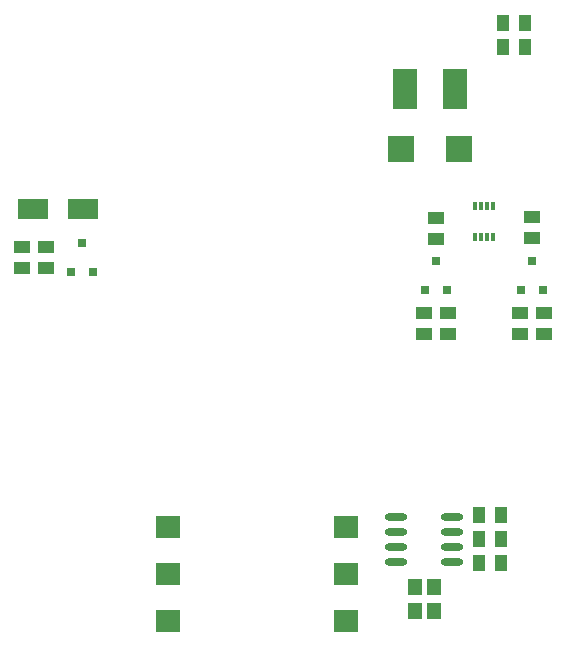
<source format=gtp>
G04*
G04 #@! TF.GenerationSoftware,Altium Limited,Altium Designer,20.2.6 (244)*
G04*
G04 Layer_Color=8421504*
%FSLAX25Y25*%
%MOIN*%
G70*
G04*
G04 #@! TF.SameCoordinates,54722894-AE61-4C59-B5F0-4C27AF3D34EB*
G04*
G04*
G04 #@! TF.FilePolarity,Positive*
G04*
G01*
G75*
%ADD17R,0.07874X0.13780*%
%ADD18R,0.04134X0.05709*%
%ADD19R,0.08504X0.08898*%
%ADD20R,0.01181X0.02756*%
%ADD21R,0.05709X0.04134*%
%ADD22R,0.03150X0.03150*%
%ADD23R,0.05118X0.05709*%
%ADD24R,0.07874X0.07480*%
%ADD25R,0.10433X0.06890*%
%ADD26O,0.07480X0.02362*%
D17*
X610465Y258000D02*
D03*
X593535D02*
D03*
D18*
X626358Y280000D02*
D03*
X633642D02*
D03*
Y272000D02*
D03*
X626358D02*
D03*
X618407Y116083D02*
D03*
X625691D02*
D03*
Y108083D02*
D03*
X618407D02*
D03*
Y100083D02*
D03*
X625691D02*
D03*
D19*
X611646Y238000D02*
D03*
X592354D02*
D03*
D20*
X622953Y208685D02*
D03*
X620984D02*
D03*
X619016D02*
D03*
X617047D02*
D03*
Y219315D02*
D03*
X619016D02*
D03*
X620984D02*
D03*
X622953D02*
D03*
D21*
X604000Y215283D02*
D03*
Y208000D02*
D03*
X636000Y215642D02*
D03*
Y208358D02*
D03*
X632000Y183642D02*
D03*
Y176358D02*
D03*
X640000Y183642D02*
D03*
Y176358D02*
D03*
X600000Y183642D02*
D03*
Y176358D02*
D03*
X608000Y183642D02*
D03*
Y176358D02*
D03*
X474000Y205642D02*
D03*
Y198358D02*
D03*
X466000D02*
D03*
Y205642D02*
D03*
D22*
X636000Y200724D02*
D03*
X639740Y191276D02*
D03*
X632260D02*
D03*
X604000Y200724D02*
D03*
X607740Y191276D02*
D03*
X600260D02*
D03*
X486000Y206724D02*
D03*
X489740Y197276D02*
D03*
X482260D02*
D03*
D23*
X596900Y84083D02*
D03*
X603199D02*
D03*
X596900Y92083D02*
D03*
X603199D02*
D03*
D24*
X514764Y80709D02*
D03*
Y96457D02*
D03*
Y112205D02*
D03*
X573819Y80709D02*
D03*
Y96457D02*
D03*
Y112205D02*
D03*
D25*
X486465Y218000D02*
D03*
X469535D02*
D03*
D26*
X609301Y100583D02*
D03*
Y105583D02*
D03*
Y110583D02*
D03*
Y115583D02*
D03*
X590797Y100583D02*
D03*
Y105583D02*
D03*
Y110583D02*
D03*
Y115583D02*
D03*
M02*

</source>
